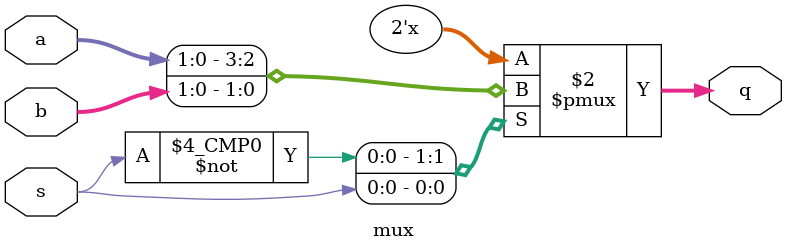
<source format=v>
`timescale 1ns / 1ps
module mux(a, b, s, q);
	input [1:0] a, b;
	input s;
	output reg [1:0] q;
	
	always @(*) begin
		case(s)
			1'b0 : 	 q = a;
			1'b1 : 	 q = b;
			default : q = 2'bxx;
		endcase
	end
endmodule

</source>
